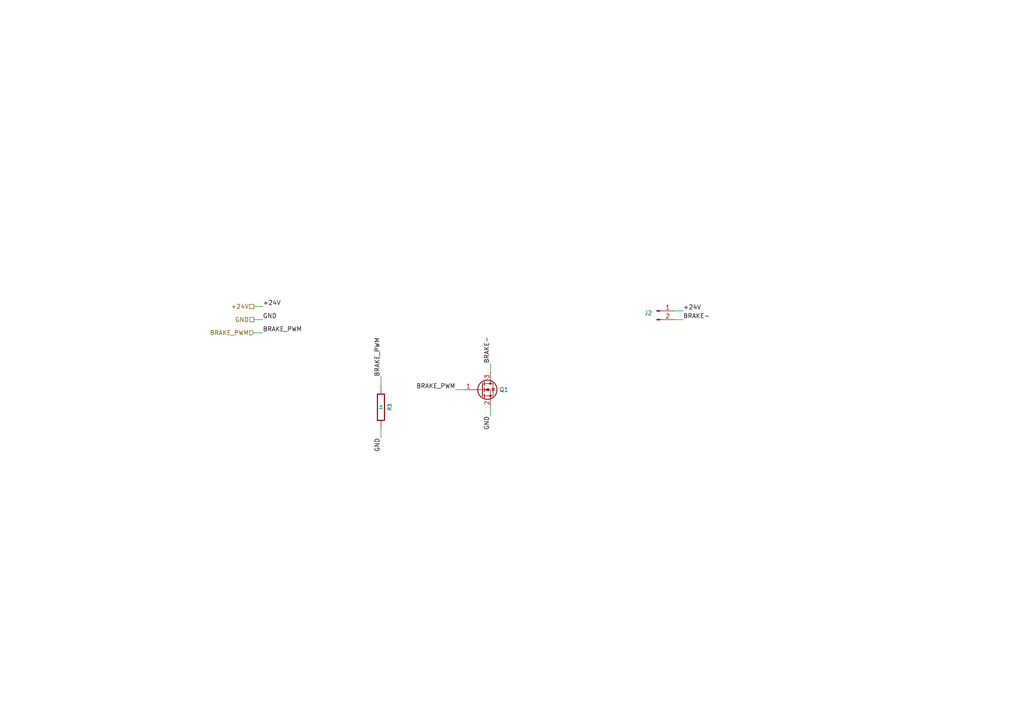
<source format=kicad_sch>
(kicad_sch (version 20230121) (generator eeschema)
  (paper "A4")
  (title_block (title "mouse_joystick_controller") (date "2023-05-22") (rev "2.0") (company "Howard Hughes Medical Institute"))
  (lib_symbols
    (symbol "Janelia:Conn_TERM_HDR_01x02_Pin_3.5MM_Horizontal" (pin_names (offset 1.016) hide)
      (property "Reference" "J" (at -3.81 0 0))
      (symbol "Conn_TERM_HDR_01x02_Pin_3.5MM_Horizontal_1_1"
        (polyline (pts (xy 1.27 -2.54) (xy 0.8636 -2.54)) (stroke (width 0.1524)))
        (polyline (pts (xy 1.27 0) (xy 0.8636 0)) (stroke (width 0.1524)))
        (rectangle (start 0.8636 -2.413) (end 0 -2.667) (stroke (width 0.1524)) (fill (type outline)))
        (rectangle (start 0.8636 0.127) (end 0 -0.127) (stroke (width 0.1524)) (fill (type outline)))
        (pin passive line (at 5.08 0 180) (length 3.81) (name "Pin_1") (number "1"))
        (pin passive line (at 5.08 -2.54 180) (length 3.81) (name "Pin_2") (number "2"))
      )
    )
    (symbol "Janelia:MOSFET-N-CH-EN-CSD17483F4" (pin_names hide)
      (property "Reference" "Q" (at 5.08 0 0))
      (symbol "MOSFET-N-CH-EN-CSD17483F4_0_1"
        (polyline (pts (xy 0.254 0) (xy -2.54 0)))
        (polyline (pts (xy 0.254 1.905) (xy 0.254 -1.905)) (stroke (width 0.254)))
        (polyline (pts (xy 0.762 -1.27) (xy 0.762 -2.286)) (stroke (width 0.254)))
        (polyline (pts (xy 0.762 0.508) (xy 0.762 -0.508)) (stroke (width 0.254)))
        (polyline (pts (xy 0.762 2.286) (xy 0.762 1.27)) (stroke (width 0.254)))
        (polyline (pts (xy 2.54 2.54) (xy 2.54 1.778)))
        (polyline (pts (xy 2.54 -2.54) (xy 2.54 0) (xy 0.762 0)))
        (polyline (pts (xy 0.762 -1.778) (xy 3.302 -1.778) (xy 3.302 1.778) (xy 0.762 1.778)))
        (polyline (pts (xy 1.016 0) (xy 2.032 0.381) (xy 2.032 -0.381) (xy 1.016 0)) (fill (type outline)))
        (polyline (pts (xy 2.794 0.508) (xy 2.921 0.381) (xy 3.683 0.381) (xy 3.81 0.254)))
        (polyline (pts (xy 3.302 0.381) (xy 2.921 -0.254) (xy 3.683 -0.254) (xy 3.302 0.381)))
        (circle (center 1.651 0) (radius 2.794) (stroke (width 0.254)))
        (circle (center 2.54 -1.778) (radius 0.254) (fill (type outline)))
        (circle (center 2.54 1.778) (radius 0.254) (fill (type outline)))
      )
      (symbol "MOSFET-N-CH-EN-CSD17483F4_1_1"
        (pin input line (at -5.08 0 0) (length 2.54) (name "G") (number "1"))
        (pin passive line (at 2.54 -5.08 90) (length 2.54) (name "S") (number "2"))
        (pin passive line (at 2.54 5.08 270) (length 2.54) (name "D") (number "3"))
      )
    )
    (symbol "Janelia:R_1k_0402" (pin_numbers hide) (pin_names (offset 0))
      (property "Reference" "R" (at 2.032 0 90))
      (property "Value" "1k" (at 0 0 90))
      (symbol "R_1k_0402_0_1"
        (rectangle (start -1.016 3.81) (end 1.016 -3.81) (stroke (width 0.3048)))
      )
      (symbol "R_1k_0402_1_1"
        (pin passive line (at 0 6.35 270) (length 2.54) (name "~") (number "1"))
        (pin passive line (at 0 -6.35 90) (length 2.54) (name "~") (number "2"))
      )
    )
  )
  (wire (pts (xy 198.12 92.71) (xy 195.58 92.71)))
  (wire (pts (xy 76.2 92.71) (xy 73.66 92.71)))
  (wire (pts (xy 76.2 96.52) (xy 73.66 96.52)))
  (wire (pts (xy 76.2 88.9) (xy 73.66 88.9)))
  (wire (pts (xy 132.08 113.03) (xy 134.62 113.03)))
  (wire (pts (xy 198.12 90.17) (xy 195.58 90.17)))
  (wire (pts (xy 110.49 109.22) (xy 110.49 111.76)))
  (wire (pts (xy 142.24 118.11) (xy 142.24 120.65)))
  (wire (pts (xy 142.24 105.41) (xy 142.24 107.95)))
  (wire (pts (xy 110.49 124.46) (xy 110.49 127)))
  (label "GND" (at 142.24 120.65 270))
  (label "BRAKE-" (at 142.24 105.41 90))
  (label "+24V" (at 198.12 90.17 0))
  (label "GND" (at 110.49 127 270))
  (label "BRAKE_PWM" (at 110.49 109.22 90))
  (label "+24V" (at 76.2 88.9 0))
  (label "GND" (at 76.2 92.71 0))
  (label "BRAKE_PWM" (at 76.2 96.52 0))
  (label "BRAKE_PWM" (at 132.08 113.03 180))
  (label "BRAKE-" (at 198.12 92.71 0))
  (hierarchical_label "GND" (shape passive) (at 73.66 92.71 180))
  (hierarchical_label "+24V" (shape passive) (at 73.66 88.9 180))
  (hierarchical_label "BRAKE_PWM" (shape input) (at 73.66 96.52 180))
  (symbol (lib_id "Janelia:MOSFET-N-CH-EN-CSD17483F4") (at 139.7 113.03 0) (unit 1)
    (property "Reference" "Q1" (at 144.78 113.03 0) (effects (justify left)))
    (property "Value" "MOSFET-N-CH" (effects hide))
    (property "Footprint" "Janelia:XFDFN-3" (effects hide))
    (property "Description" "MOSFET N-CH 30V 1.5A 3PICOSTAR" (effects hide))
    (property "Manufacturer" "Texas Instruments" (effects hide))
    (property "Manufacturer Part Number" "CSD17483F4" (effects hide))
    (property "Vendor" "Digi-Key" (effects hide))
    (property "Vendor Part Number" "296-38914-1-ND" (effects hide))
  )
  (symbol (lib_id "Janelia:R_1k_0402") (at 110.49 118.11 0) (unit 1)
    (property "Reference" "R3" (at 113.03 118.11 90) (effects (font (size 1.016 1.016))))
    (property "Value" "1k" (at 110.49 118.11 90) (effects (font (size 0.762 0.762))))
    (property "Footprint" "Janelia:R_0402_1005Metric" (effects hide))
    (property "Vendor" "Digi-Key" (effects hide))
    (property "Vendor Part Number" "311-1.00KLRCT-ND" (effects hide))
    (property "Description" "RES SMD 1K OHM 1% 1/16W" (effects hide))
    (property "Package" "0402" (effects hide))
    (property "Manufacturer" "YAGEO" (effects hide))
    (property "Manufacturer Part Number" "RC0402FR-071KL" (effects hide))
    (instances (project "mouse_joystick_controller" (path "" (reference "R3") (unit 1)) (path "" (reference "R9") (unit 1)) (path "" (reference "R9") (unit 1))))
  )
  (symbol (lib_id "Janelia:Conn_TERM_HDR_01x02_Pin_3.5MM_Horizontal") (at 190.5 90.17 0) (unit 1)
    (property "Reference" "J2" (at 189.23 90.805 0) (effects (justify right)))
    (property "Value" "Conn_TERM_HDR_01x02_Pin_3.5MM_Horizontal" (effects hide))
    (property "Footprint" "Janelia:TERM_HDR_01x02_Pin_Horizontal_3.5MM_1844210" (effects hide))
    (property "Manufacturer" "Phoenix Contact" (effects hide))
    (property "Manufacturer Part Number" "1844210" (effects hide))
    (property "Description" "TERM BLOCK HDR 2POS 90DEG 3.5MM" (effects hide))
    (property "Vendor" "Digi-Key" (effects hide))
    (property "Vendor Part Number" "277-2416-ND" (effects hide))
  )
)
</source>
